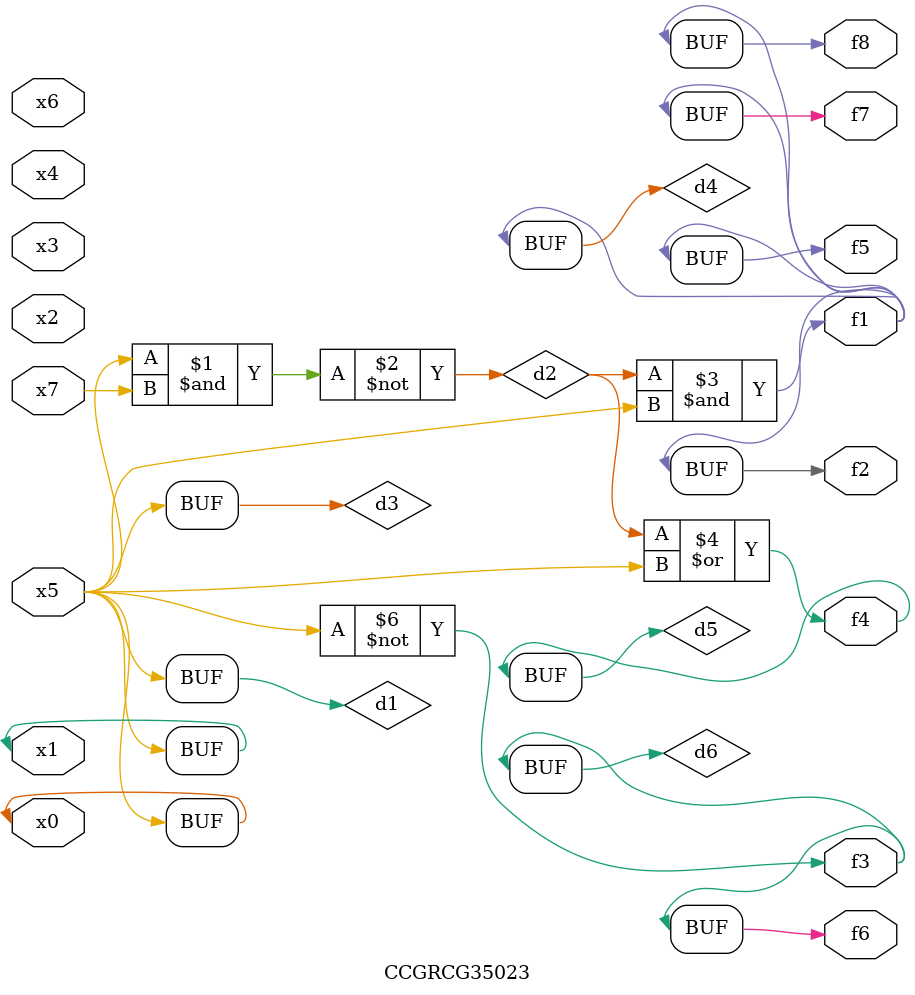
<source format=v>
module CCGRCG35023(
	input x0, x1, x2, x3, x4, x5, x6, x7,
	output f1, f2, f3, f4, f5, f6, f7, f8
);

	wire d1, d2, d3, d4, d5, d6;

	buf (d1, x0, x5);
	nand (d2, x5, x7);
	buf (d3, x0, x1);
	and (d4, d2, d3);
	or (d5, d2, d3);
	nor (d6, d1, d3);
	assign f1 = d4;
	assign f2 = d4;
	assign f3 = d6;
	assign f4 = d5;
	assign f5 = d4;
	assign f6 = d6;
	assign f7 = d4;
	assign f8 = d4;
endmodule

</source>
